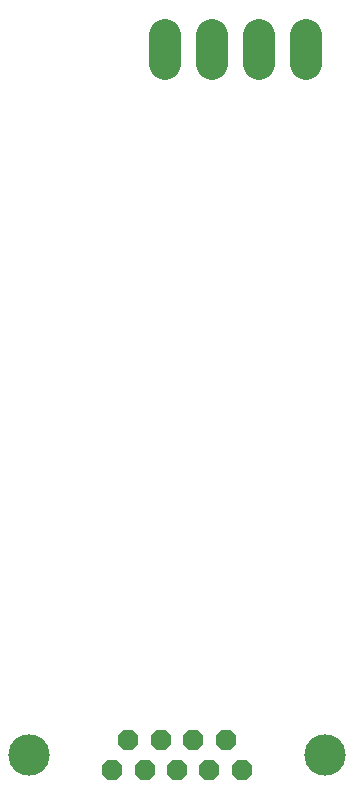
<source format=gbr>
G04 EAGLE Gerber RS-274X export*
G75*
%MOMM*%
%FSLAX34Y34*%
%LPD*%
%INSoldermask Top*%
%IPPOS*%
%AMOC8*
5,1,8,0,0,1.08239X$1,22.5*%
G01*
%ADD10P,1.869504X8X202.500000*%
%ADD11C,3.505200*%
%ADD12C,2.717800*%


D10*
X480364Y165100D03*
X452932Y165100D03*
X425500Y165100D03*
X398068Y165100D03*
X370636Y165100D03*
X466648Y190500D03*
X439216Y190500D03*
X411784Y190500D03*
X384352Y190500D03*
D11*
X550722Y177800D03*
X300278Y177800D03*
D12*
X455188Y762427D02*
X455188Y787573D01*
X494812Y787573D02*
X494812Y762427D01*
X534436Y762427D02*
X534436Y787573D01*
X415564Y787573D02*
X415564Y762427D01*
M02*

</source>
